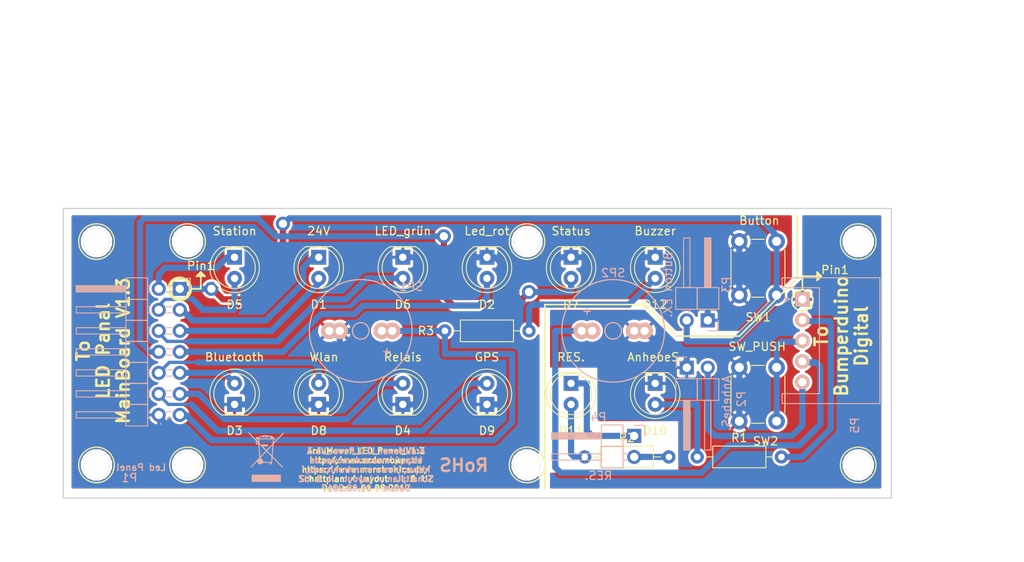
<source format=kicad_pcb>
(kicad_pcb (version 20170123) (host pcbnew "(2017-07-22 revision cb2f3d630)-makepkg")
  (title_block (title "Ardumower _LED_Panel_V1.3") (date 2017-07-24) (rev 1.3) (company "ML AG JL UZ"))
  (layers (0 F.Cu signal) (31 B.Cu signal) (34 B.Paste user) (35 F.Paste user) (36 B.SilkS user) (37 F.SilkS user) (38 B.Mask user) (39 F.Mask user) (44 Edge.Cuts user))
  (net 0 "")
  (net 1 GND)
  (net 2 /Duo_Led_Rot)
  (net 3 /Bluetooth)
  (net 4 /PinCharging_Enable)
  (net 5 /Duo_Led_grün)
  (net 6 /Led_Status)
  (net 7 /Wlan)
  (net 8 /GPS_LED)
  (net 9 /Buzzer)
  (net 10 /24V_GND)
  (net 11 /24V)
  (net 12 /StationLed)
  (net 13 /StationLed_GND)
  (net 14 /Taster)
  (net 15 "Net-(D10-Pad2)")
  (net 16 GNDD)
  (net 17 "Net-(D11-Pad2)")
  (net 18 "Net-(D12-Pad2)")
  (net 19 "Net-(D11-Pad1)")
  (net 20 "Net-(P4-Pad2)")
  (net 21 "Net-(P2-Pad2)")
  (net 22 "Net-(P5-Pad2)")
  (net 23 "Net-(P5-Pad3)")
  (net 24 "Net-(P5-Pad4)")
  (module LEDs:LED_D5.0mm (layer F.Cu) (at 116.84 88.9 270)
    (fp_text reference D1 (at 5.715 0) (layer F.SilkS))
    (fp_text value 24V (at -3.175 0) (layer F.SilkS))
    (pad 1 thru_hole rect (at 0 0 270) (size 1.8 1.8) (drill 0.9) (layers *.Cu *.Mask) (net 10 /24V_GND))
    (pad 2 thru_hole circle (at 2.54 0 270) (size 1.8 1.8) (drill 0.9) (layers *.Cu *.Mask) (net 11 /24V))
  )
  (module LEDs:LED_D5.0mm (layer F.Cu) (at 137.16 88.9 270)
    (fp_text reference D2 (at 5.715 0) (layer F.SilkS))
    (fp_text value Led_rot (at -3.175 0) (layer F.SilkS))
    (pad 1 thru_hole rect (at 0 0 270) (size 1.8 1.8) (drill 0.9) (layers *.Cu *.Mask) (net 1 GND))
    (pad 2 thru_hole circle (at 2.54 0 270) (size 1.8 1.8) (drill 0.9) (layers *.Cu *.Mask) (net 2 /Duo_Led_Rot))
  )
  (module LEDs:LED_D5.0mm (layer F.Cu) (at 106.68 106.68 90)
    (fp_text reference D3 (at -3.175 0 180) (layer F.SilkS))
    (fp_text value Bluetooth (at 5.715 0 180) (layer F.SilkS))
    (pad 1 thru_hole rect (at 0 0 90) (size 1.8 1.8) (drill 0.9) (layers *.Cu *.Mask) (net 1 GND))
    (pad 2 thru_hole circle (at 2.54 0 90) (size 1.8 1.8) (drill 0.9) (layers *.Cu *.Mask) (net 3 /Bluetooth))
  )
  (module LEDs:LED_D5.0mm (layer F.Cu) (at 127 106.68 90)
    (fp_text reference D4 (at -3.175 0 180) (layer F.SilkS))
    (fp_text value Relais (at 5.715 0 180) (layer F.SilkS))
    (pad 1 thru_hole rect (at 0 0 90) (size 1.8 1.8) (drill 0.9) (layers *.Cu *.Mask) (net 1 GND))
    (pad 2 thru_hole circle (at 2.54 0 90) (size 1.8 1.8) (drill 0.9) (layers *.Cu *.Mask) (net 4 /PinCharging_Enable))
  )
  (module LEDs:LED_D5.0mm (layer F.Cu) (at 106.68 88.9 270)
    (fp_text reference D5 (at 5.715 0) (layer F.SilkS))
    (fp_text value Station (at -3.175 0) (layer F.SilkS))
    (pad 2 thru_hole circle (at 2.54 0 270) (size 1.8 1.8) (drill 0.9) (layers *.Cu *.Mask) (net 12 /StationLed))
    (pad 1 thru_hole rect (at 0 0 270) (size 1.8 1.8) (drill 0.9) (layers *.Cu *.Mask) (net 13 /StationLed_GND))
  )
  (module LEDs:LED_D5.0mm (layer F.Cu) (at 127 88.9 270)
    (fp_text reference D6 (at 5.715 0) (layer F.SilkS))
    (fp_text value LED_grün (at -3.175 0) (layer F.SilkS))
    (pad 2 thru_hole circle (at 2.54 0 270) (size 1.8 1.8) (drill 0.9) (layers *.Cu *.Mask) (net 5 /Duo_Led_grün))
    (pad 1 thru_hole rect (at 0 0 270) (size 1.8 1.8) (drill 0.9) (layers *.Cu *.Mask) (net 1 GND))
  )
  (module LEDs:LED_D5.0mm (layer F.Cu) (at 147.32 88.9 270)
    (fp_text reference D7 (at 5.715 0) (layer F.SilkS))
    (fp_text value Status (at -3.175 0) (layer F.SilkS))
    (pad 2 thru_hole circle (at 2.54 0 270) (size 1.8 1.8) (drill 0.9) (layers *.Cu *.Mask) (net 6 /Led_Status))
    (pad 1 thru_hole rect (at 0 0 270) (size 1.8 1.8) (drill 0.9) (layers *.Cu *.Mask) (net 1 GND))
  )
  (module LEDs:LED_D5.0mm (layer F.Cu) (at 116.84 106.68 90)
    (fp_text reference D8 (at -3.175 0 180) (layer F.SilkS))
    (fp_text value Wlan (at 5.715 0.635 180) (layer F.SilkS))
    (pad 2 thru_hole circle (at 2.54 0 90) (size 1.8 1.8) (drill 0.9) (layers *.Cu *.Mask) (net 7 /Wlan))
    (pad 1 thru_hole rect (at 0 0 90) (size 1.8 1.8) (drill 0.9) (layers *.Cu *.Mask) (net 1 GND))
  )
  (module LEDs:LED_D5.0mm (layer F.Cu) (at 137.16 106.68 90)
    (fp_text reference D9 (at -3.175 0 180) (layer F.SilkS))
    (fp_text value GPS (at 5.715 0 180) (layer F.SilkS))
    (pad 2 thru_hole circle (at 2.54 0 90) (size 1.8 1.8) (drill 0.9) (layers *.Cu *.Mask) (net 8 /GPS_LED))
    (pad 1 thru_hole rect (at 0 0 90) (size 1.8 1.8) (drill 0.9) (layers *.Cu *.Mask) (net 1 GND))
  )
  (module Zimprich:Buzzer_12x9.5RM7.6_RM5.0 (layer B.Cu) (at 121.92 97.79)
    (fp_text reference SP1 (at 6.096 -5.334) (layer B.SilkS) (effects (justify mirror)))
    (fp_text value Buzzer)
    (fp_text user + (at 3.1496 2.4384) (layer B.SilkS) (effects (justify mirror)))
    (pad 2 thru_hole circle (at 2.54 0) (size 2 2) (drill 1.00076) (layers *.Cu *.Mask B.SilkS) (net 9 /Buzzer))
    (pad 1 thru_hole circle (at -2.54 0) (size 2 2) (drill 1.00076) (layers *.Cu *.Mask B.SilkS) (net 1 GND))
    (pad 2 thru_hole circle (at 3.79984 0) (size 2 2) (drill 1.00076) (layers *.Cu *.Mask B.SilkS) (net 9 /Buzzer))
    (pad 1 thru_hole circle (at -3.79984 0) (size 2 2) (drill 1.00076) (layers *.Cu *.Mask B.SilkS) (net 1 GND))
  )
  (module Buttons_Switches_THT:SW_PUSH_6mm_h8.5mm (layer F.Cu) (at 167.64 93.472 90)
    (fp_text reference SW1 (at -2.667 2.286 180) (layer F.SilkS))
    (fp_text value Button (at 9.017 2.413 180) (layer F.SilkS))
    (pad 2 thru_hole circle (at 0 4.5 180) (size 2 2) (drill 1.1) (layers *.Cu *.Mask) (net 14 /Taster))
    (pad 1 thru_hole circle (at 0 0 180) (size 2 2) (drill 1.1) (layers *.Cu *.Mask) (net 1 GND))
    (pad 2 thru_hole circle (at 6.5 4.5 180) (size 2 2) (drill 1.1) (layers *.Cu *.Mask) (net 14 /Taster))
    (pad 1 thru_hole circle (at 6.5 0 180) (size 2 2) (drill 1.1) (layers *.Cu *.Mask) (net 1 GND))
  )
  (module Pin_Headers:Pin_Header_Angled_2x07_Pitch2.54mm (layer B.Cu) (at 100.06 92.71 180)
    (fp_text reference P1 (at 6.08 -22.86 180) (layer B.SilkS) (effects (justify mirror)))
    (fp_text value "Led Panel" (at 4.683 -21.59 180) (layer B.SilkS) (effects (font (size 0.8 0.8)) (justify mirror)))
    (pad 14 thru_hole oval (at 2.54 -15.24 180) (size 1.7 1.7) (drill 1) (layers *.Cu *.Mask) (net 1 GND))
    (pad 13 thru_hole oval (at 0 -15.24 180) (size 1.7 1.7) (drill 1) (layers *.Cu *.Mask) (net 9 /Buzzer))
    (pad 12 thru_hole oval (at 2.54 -12.7 180) (size 1.7 1.7) (drill 1) (layers *.Cu *.Mask) (net 8 /GPS_LED))
    (pad 11 thru_hole oval (at 0 -12.7 180) (size 1.7 1.7) (drill 1) (layers *.Cu *.Mask) (net 4 /PinCharging_Enable))
    (pad 10 thru_hole oval (at 2.54 -10.16 180) (size 1.7 1.7) (drill 1) (layers *.Cu *.Mask) (net 7 /Wlan))
    (pad 9 thru_hole oval (at 0 -10.16 180) (size 1.7 1.7) (drill 1) (layers *.Cu *.Mask) (net 3 /Bluetooth))
    (pad 8 thru_hole oval (at 2.54 -7.62 180) (size 1.7 1.7) (drill 1) (layers *.Cu *.Mask) (net 6 /Led_Status))
    (pad 7 thru_hole oval (at 0 -7.62 180) (size 1.7 1.7) (drill 1) (layers *.Cu *.Mask) (net 2 /Duo_Led_Rot))
    (pad 6 thru_hole oval (at 2.54 -5.08 180) (size 1.7 1.7) (drill 1) (layers *.Cu *.Mask) (net 5 /Duo_Led_grün))
    (pad 5 thru_hole oval (at 0 -5.08 180) (size 1.7 1.7) (drill 1) (layers *.Cu *.Mask) (net 11 /24V))
    (pad 4 thru_hole oval (at 2.54 -2.54 180) (size 1.7 1.7) (drill 1) (layers *.Cu *.Mask) (net 12 /StationLed))
    (pad 3 thru_hole oval (at 0 -2.54 180) (size 1.7 1.7) (drill 1) (layers *.Cu *.Mask) (net 10 /24V_GND))
    (pad 2 thru_hole oval (at 2.54 0 180) (size 1.7 1.7) (drill 1) (layers *.Cu *.Mask) (net 13 /StationLed_GND))
    (pad 1 thru_hole rect (at 0 0 180) (size 1.7 1.7) (drill 1) (layers *.Cu *.Mask) (net 14 /Taster))
  )
  (module Zimprich:Bohrloch_3,2mm (layer F.Cu) (at 90 87)
    (fp_text reference B1 hide)
    (fp_text value Bohrloch_3,2mm_ohne_Kupferfläche hide)
    (pad 1 thru_hole circle (at 0 0) (size 3.2 3.2) (drill 3.2) (layers *.Cu *.Mask F.SilkS))
  )
  (module Zimprich:Bohrloch_3,2mm (layer F.Cu) (at 182 87)
    (fp_text reference B2 hide)
    (fp_text value Bohrloch_3,2mm_ohne_Kupferfläche hide)
    (pad 1 thru_hole circle (at 0 0) (size 3.2 3.2) (drill 3.2) (layers *.Cu *.Mask F.SilkS))
  )
  (module Zimprich:Bohrloch_3,2mm (layer F.Cu) (at 182 114)
    (fp_text reference B3 hide)
    (fp_text value Bohrloch_3,2mm_ohne_Kupferfläche hide)
    (pad 1 thru_hole circle (at 0 0) (size 3.2 3.2) (drill 3.2) (layers *.Cu *.Mask F.SilkS))
  )
  (module Zimprich:Bohrloch_3,2mm (layer F.Cu) (at 90 114)
    (fp_text reference B4 hide)
    (fp_text value Bohrloch_3,2mm_ohne_Kupferfläche hide)
    (pad 1 thru_hole circle (at 0 0) (size 3.2 3.2) (drill 3.2) (layers *.Cu *.Mask F.SilkS))
  )
  (module LEDs:LED_D5.0mm (layer F.Cu) (at 157.48 104.14 270)
    (fp_text reference D10 (at 5.715 0) (layer F.SilkS))
    (fp_text value AnhebeS. (at -3.175 0) (layer F.SilkS))
    (pad 2 thru_hole circle (at 2.54 0 270) (size 1.8 1.8) (drill 0.9) (layers *.Cu *.Mask) (net 15 "Net-(D10-Pad2)"))
    (pad 1 thru_hole rect (at 0 0 270) (size 1.8 1.8) (drill 0.9) (layers *.Cu *.Mask) (net 16 GNDD))
  )
  (module Pin_Headers:Pin_Header_Angled_1x02_Pitch2.54mm (layer B.Cu) (at 161.29 102.235 270)
    (fp_text reference P2 (at 3.81 -6.604 90) (layer B.SilkS) (effects (justify mirror)))
    (fp_text value AnhebeS. (at 4.315 -4.81 270) (layer B.SilkS) (effects (justify mirror)))
    (pad 2 thru_hole oval (at 0 -2.54 270) (size 1.7 1.7) (drill 1) (layers *.Cu *.Mask) (net 21 "Net-(P2-Pad2)"))
    (pad 1 thru_hole rect (at 0 0 270) (size 1.7 1.7) (drill 1) (layers *.Cu *.Mask) (net 16 GNDD))
  )
  (module Pin_Headers:Pin_Header_Angled_1x02_Pitch2.54mm (layer B.Cu) (at 163.83 96.52 90)
    (fp_text reference P3 (at 4.315 2.27 90) (layer B.SilkS) (effects (justify mirror)))
    (fp_text value "Button EX." (at 4.315 -4.81 90) (layer B.SilkS) (effects (justify mirror)))
    (pad 1 thru_hole rect (at 0 0 90) (size 1.7 1.7) (drill 1) (layers *.Cu *.Mask) (net 1 GND))
    (pad 2 thru_hole oval (at 0 -2.54 90) (size 1.7 1.7) (drill 1) (layers *.Cu *.Mask) (net 14 /Taster))
  )
  (module Resistors_ThroughHole:R_Axial_DIN0207_L6.3mm_D2.5mm_P10.16mm_Horizontal (layer F.Cu) (at 162.56 113.03)
    (fp_text reference R1 (at 5.08 -2.31) (layer F.SilkS))
    (fp_text value 220)
    (pad 2 thru_hole oval (at 10.16 0) (size 1.6 1.6) (drill 0.8) (layers *.Cu *.Mask) (net 22 "Net-(P5-Pad2)"))
    (pad 1 thru_hole circle (at 0 0) (size 1.6 1.6) (drill 0.8) (layers *.Cu *.Mask) (net 15 "Net-(D10-Pad2)"))
  )
  (module Zimprich:Buzzer_12x9.5RM7.6_RM5.0 (layer B.Cu) (at 152.4 97.79 180)
    (fp_text reference SP2 (at 0 7) (layer B.SilkS) (effects (justify mirror)))
    (fp_text value SPEAKER)
    (fp_text user + (at 3.1496 2.4384 180) (layer B.SilkS) (effects (justify mirror)))
    (pad 2 thru_hole circle (at 2.54 0 180) (size 2 2) (drill 1.00076) (layers *.Cu *.Mask B.SilkS) (net 24 "Net-(P5-Pad4)"))
    (pad 1 thru_hole circle (at -2.54 0 180) (size 2 2) (drill 1.00076) (layers *.Cu *.Mask B.SilkS) (net 16 GNDD))
    (pad 2 thru_hole circle (at 3.79984 0 180) (size 2 2) (drill 1.00076) (layers *.Cu *.Mask B.SilkS) (net 24 "Net-(P5-Pad4)"))
    (pad 1 thru_hole circle (at -3.79984 0 180) (size 2 2) (drill 1.00076) (layers *.Cu *.Mask B.SilkS) (net 16 GNDD))
  )
  (module Buttons_Switches_THT:SW_PUSH_6mm_h8.5mm (layer F.Cu) (at 167.64 108.712 90)
    (fp_text reference SW2 (at -2.413 3.175 180) (layer F.SilkS))
    (fp_text value SW_PUSH (at 9.017 2.159 180) (layer F.SilkS))
    (pad 2 thru_hole circle (at 0 4.5 180) (size 2 2) (drill 1.1) (layers *.Cu *.Mask) (net 23 "Net-(P5-Pad3)"))
    (pad 1 thru_hole circle (at 0 0 180) (size 2 2) (drill 1.1) (layers *.Cu *.Mask) (net 16 GNDD))
    (pad 2 thru_hole circle (at 6.5 4.5 180) (size 2 2) (drill 1.1) (layers *.Cu *.Mask) (net 23 "Net-(P5-Pad3)"))
    (pad 1 thru_hole circle (at 6.5 0 180) (size 2 2) (drill 1.1) (layers *.Cu *.Mask) (net 16 GNDD))
  )
  (module LEDs:LED_D5.0mm (layer F.Cu) (at 147.32 104.14 270)
    (fp_text reference D11 (at 5.715 0) (layer F.SilkS))
    (fp_text value RES. (at -3.175 0) (layer F.SilkS))
    (pad 2 thru_hole circle (at 2.54 0 270) (size 1.8 1.8) (drill 0.9) (layers *.Cu *.Mask) (net 17 "Net-(D11-Pad2)"))
    (pad 1 thru_hole rect (at 0 0 270) (size 1.8 1.8) (drill 0.9) (layers *.Cu *.Mask) (net 19 "Net-(D11-Pad1)"))
  )
  (module LEDs:LED_D5.0mm (layer F.Cu) (at 157.48 88.9 270)
    (fp_text reference D12 (at 5.715 0) (layer F.SilkS))
    (fp_text value Buzzer (at -3.175 0) (layer F.SilkS))
    (pad 1 thru_hole rect (at 0 0 270) (size 1.8 1.8) (drill 0.9) (layers *.Cu *.Mask) (net 1 GND))
    (pad 2 thru_hole circle (at 2.54 0 270) (size 1.8 1.8) (drill 0.9) (layers *.Cu *.Mask) (net 18 "Net-(D12-Pad2)"))
  )
  (module Resistors_ThroughHole:R_Axial_DIN0207_L6.3mm_D2.5mm_P10.16mm_Horizontal (layer F.Cu) (at 148.971 113.03)
    (fp_text reference R2 (at 5.08 -2.31) (layer F.SilkS))
    (fp_text value 220)
    (pad 1 thru_hole circle (at 0 0) (size 1.6 1.6) (drill 0.8) (layers *.Cu *.Mask) (net 17 "Net-(D11-Pad2)"))
    (pad 2 thru_hole oval (at 10.16 0) (size 1.6 1.6) (drill 0.8) (layers *.Cu *.Mask) (net 20 "Net-(P4-Pad2)"))
  )
  (module Resistors_ThroughHole:R_Axial_DIN0207_L6.3mm_D2.5mm_P10.16mm_Horizontal (layer F.Cu) (at 142.24 97.79 180)
    (fp_text reference R3 (at 12.446 0 180) (layer F.SilkS))
    (fp_text value 220)
    (pad 2 thru_hole oval (at 10.16 0 180) (size 1.6 1.6) (drill 0.8) (layers *.Cu *.Mask) (net 9 /Buzzer))
    (pad 1 thru_hole circle (at 0 0 180) (size 1.6 1.6) (drill 0.8) (layers *.Cu *.Mask) (net 18 "Net-(D12-Pad2)"))
  )
  (module Pin_Headers:Pin_Header_Angled_1x02_Pitch2.54mm (layer B.Cu) (at 154.94 110.49 180)
    (fp_text reference P4 (at 4.315 2.27 180) (layer B.SilkS) (effects (justify mirror)))
    (fp_text value RES. (at 4.315 -4.81 180) (layer B.SilkS) (effects (justify mirror)))
    (pad 2 thru_hole oval (at 0 -2.54 180) (size 1.7 1.7) (drill 1) (layers *.Cu *.Mask) (net 20 "Net-(P4-Pad2)"))
    (pad 1 thru_hole rect (at 0 0 180) (size 1.7 1.7) (drill 1) (layers *.Cu *.Mask) (net 19 "Net-(D11-Pad1)"))
  )
  (module Zimprich:Bohrloch_3,2mm (layer F.Cu) (at 101 87)
    (fp_text reference B5 hide)
    (fp_text value Bohrloch_3,2mm_ohne_Kupferfläche hide)
    (pad 1 thru_hole circle (at 0 0) (size 3.2 3.2) (drill 3.2) (layers *.Cu *.Mask F.SilkS))
  )
  (module Zimprich:Bohrloch_3,2mm (layer F.Cu) (at 101 114)
    (fp_text reference B6 hide)
    (fp_text value Bohrloch_3,2mm_ohne_Kupferfläche hide)
    (pad 1 thru_hole circle (at 0 0) (size 3.2 3.2) (drill 3.2) (layers *.Cu *.Mask F.SilkS))
  )
  (module Zimprich:Bohrloch_3,2mm (layer F.Cu) (at 142 87)
    (fp_text reference B7 hide)
    (fp_text value Bohrloch_3,2mm_ohne_Kupferfläche hide)
    (pad 1 thru_hole circle (at 0 0) (size 3.2 3.2) (drill 3.2) (layers *.Cu *.Mask F.SilkS))
  )
  (module Zimprich:Bohrloch_3,2mm (layer F.Cu) (at 142 114)
    (fp_text reference B8 hide)
    (fp_text value Bohrloch_3,2mm_ohne_Kupferfläche hide)
    (pad 1 thru_hole circle (at 0 0) (size 3.2 3.2) (drill 3.2) (layers *.Cu *.Mask F.SilkS))
  )
  (module Symbols:WEEE-Logo_4.2x6mm_SilkScreen (layer B.Cu) (at 110.49 113.03 180)
    (fp_text reference REF*** hide)
    (fp_text value WEEE-Logo_4.2x6mm_SilkScreen hide)
  )
  (module Connectors_JST:JST_XH_S05B-XH-A_05x2.50mm_Angled (layer B.Cu) (at 175.26 93.98 270)
    (fp_text reference P5 (at 15.24 -6.35 270) (layer B.SilkS) (effects (justify mirror)))
    (fp_text value CONN_01X05)
    (pad 1 thru_hole rect (at 0 0 270) (size 1.75 1.75) (drill 1) (layers *.Cu *.Mask B.SilkS) (net 16 GNDD))
    (pad 2 thru_hole circle (at 2.5 0 270) (size 1.75 1.75) (drill 1) (layers *.Cu *.Mask B.SilkS) (net 22 "Net-(P5-Pad2)"))
    (pad 3 thru_hole circle (at 5 0 270) (size 1.75 1.75) (drill 1) (layers *.Cu *.Mask B.SilkS) (net 23 "Net-(P5-Pad3)"))
    (pad 4 thru_hole circle (at 7.5 0 270) (size 1.75 1.75) (drill 1) (layers *.Cu *.Mask B.SilkS) (net 24 "Net-(P5-Pad4)"))
    (pad 5 thru_hole circle (at 10 0 270) (size 1.75 1.75) (drill 1) (layers *.Cu *.Mask B.SilkS) (net 21 "Net-(P2-Pad2)"))
  )
  (gr_line (start 177.292 91.44) (end 177.292 91.059) (angle 90) (layer F.SilkS) (width 0.2))
  (gr_line (start 177.165 91.44) (end 177.165 90.932) (angle 90) (layer F.SilkS) (width 0.2))
  (gr_line (start 177.546 91.186) (end 177.038 91.186) (angle 90) (layer F.SilkS) (width 0.2))
  (gr_line (start 177.038 91.694) (end 177.038 91.186) (angle 90) (layer F.SilkS) (width 0.2))
  (gr_line (start 177.546 91.186) (end 177.038 91.694) (angle 90) (layer F.SilkS) (width 0.2))
  (gr_line (start 177.038 90.678) (end 177.546 91.186) (angle 90) (layer F.SilkS) (width 0.2))
  (gr_line (start 177.038 91.186) (end 177.038 90.678) (angle 90) (layer F.SilkS) (width 0.2))
  (gr_line (start 144.145 94.615) (end 144.145 116.84) (angle 90) (layer F.SilkS) (width 0.2))
  (gr_line (start 174.625 91.44) (end 174.625 83.82) (angle 90) (layer F.SilkS) (width 0.2))
  (gr_line (start 167.64 98.425) (end 174.625 91.44) (angle 90) (layer F.SilkS) (width 0.2))
  (gr_line (start 160.02 98.425) (end 167.64 98.425) (angle 90) (layer F.SilkS) (width 0.2))
  (gr_line (start 156.21 94.615) (end 160.02 98.425) (angle 90) (layer F.SilkS) (width 0.2))
  (gr_line (start 144.145 94.615) (end 156.21 94.615) (angle 90) (layer F.SilkS) (width 0.2))
  (gr_text "To\nBumperduino\nDigital" (at 179.959 98.425 90) (layer F.SilkS) (effects (font (size 1.5 1.5) (thickness 0.3))))
  (gr_text RoHS (at 134.366 114.046) (layer B.SilkS) (effects (font (size 1.5 1.5) (thickness 0.3)) (justify mirror)))
  (gr_text "ArduMower_LED_Panel_V1.3\nhttp://www.ardumower.de\nhttps://www.marotronics.de/\nSchaltplan / Layout  JL & UZ\nDatum : 01.08.2017" (at 122.555 114.554) (layer B.SilkS) (effects (font (size 0.7 0.7) (thickness 0.175)) (justify mirror)))
  (gr_text "ArduMower_LED_Panel_V1.3\nhttp://www.ardumower.de\nhttps://www.marotronics.de/\nSchaltplan / Layout  JL & UZ\nDatum : 01.08.2017" (at 122.555 114.554) (layer F.SilkS) (effects (font (size 0.7 0.7) (thickness 0.175))))
  (gr_text "To\nLED Panal\nMainBoard V1.3" (at 90.805 100.203 90) (layer F.SilkS) (effects (font (size 1.5 1.5) (thickness 0.3))))
  (gr_text Pin1 (at 179.197 90.424) (layer F.SilkS) (effects (font (size 1 1))))
  (gr_line (start 175.26 91.186) (end 177.038 91.186) (angle 90) (layer F.SilkS) (width 0.2))
  (gr_line (start 175.26 91.186) (end 175.26 92.837) (angle 90) (layer F.SilkS) (width 0.2))
  (gr_circle (center 175.26 94.107) (end 176.53 94.107) (layer F.SilkS) (width 0.2))
  (gr_line (start 86 83) (end 86 118) (angle 90) (layer Edge.Cuts) (width 0.15))
  (gr_line (start 186 83) (end 86 83) (angle 90) (layer Edge.Cuts) (width 0.15))
  (gr_line (start 186 118) (end 186 83) (angle 90) (layer Edge.Cuts) (width 0.15))
  (gr_line (start 86 118) (end 186 118) (angle 90) (layer Edge.Cuts) (width 0.15))
  (gr_text Pin1 (at 102.6 89.916) (layer F.SilkS) (effects (font (size 1 1))))
  (gr_line (start 102.727 90.932) (end 102.473 90.932) (angle 90) (layer F.SilkS) (width 0.2))
  (gr_line (start 102.854 91.059) (end 102.727 90.932) (angle 90) (layer F.SilkS) (width 0.2))
  (gr_line (start 102.219 91.059) (end 102.854 91.059) (angle 90) (layer F.SilkS) (width 0.2))
  (gr_line (start 102.092 91.186) (end 102.6 90.678) (angle 90) (layer F.SilkS) (width 0.2))
  (gr_line (start 103.108 91.186) (end 102.092 91.186) (angle 90) (layer F.SilkS) (width 0.2))
  (gr_line (start 102.6 90.678) (end 103.108 91.186) (angle 90) (layer F.SilkS) (width 0.2))
  (gr_line (start 102.6 92.71) (end 102.6 90.678) (angle 90) (layer F.SilkS) (width 0.2))
  (gr_line (start 101.33 92.71) (end 102.6 92.71) (angle 90) (layer F.SilkS) (width 0.2))
  (gr_circle (center 100.06 92.71) (end 101.33 92.456) (layer F.SilkS) (width 0.4))
  (segment (start 139.7 95.9485) (end 136.652 95.9485) (width 0.75) (layer B.Cu) (net 1))
  (segment (start 123.2535 95.9485) (end 121.412 97.79) (width 0.75) (layer B.Cu) (net 1))
  (segment (start 121.412 97.79) (end 119.38 97.79) (width 0.75) (layer B.Cu) (net 1))
  (segment (start 136.652 95.9485) (end 123.2535 95.9485) (width 0.75) (layer B.Cu) (net 1))
  (segment (start 139.7 95.631) (end 139.7 95.9485) (width 0.75) (layer B.Cu) (net 1))
  (segment (start 139.7 95.9485) (end 139.7 98.044) (width 0.75) (layer B.Cu) (net 1))
  (segment (start 139.7 90.424) (end 139.7 95.631) (width 0.75) (layer B.Cu) (net 1))
  (segment (start 139.7 98.044) (end 140.208 98.552) (width 0.75) (layer B.Cu) (net 1))
  (segment (start 137.16 88.9) (end 138.176 88.9) (width 0.75) (layer B.Cu) (net 1))
  (segment (start 138.176 88.9) (end 139.7 90.424) (width 0.75) (layer B.Cu) (net 1))
  (segment (start 144.526 90.424) (end 146.05 88.9) (width 0.75) (layer B.Cu) (net 1))
  (segment (start 147.32 88.9) (end 146.05 88.9) (width 0.75) (layer B.Cu) (net 1))
  (segment (start 139.7 90.424) (end 144.526 90.424) (width 0.75) (layer B.Cu) (net 1))
  (segment (start 105.156 112.141) (end 103.378 112.141) (width 0.75) (layer B.Cu) (net 1))
  (segment (start 97.52 108.188) (end 99.314 109.982) (width 0.75) (layer B.Cu) (net 1))
  (segment (start 105.156 112.141) (end 138.811 112.141) (width 0.75) (layer B.Cu) (net 1))
  (segment (start 141.5415 99.8855) (end 140.208 98.552) (width 0.75) (layer B.Cu) (net 1))
  (segment (start 141.5415 109.4105) (end 138.811 112.141) (width 0.75) (layer B.Cu) (net 1))
  (segment (start 141.5415 99.8855) (end 141.5415 109.4105) (width 0.75) (layer B.Cu) (net 1))
  (segment (start 103.378 112.141) (end 101.219 109.982) (width 0.75) (layer B.Cu) (net 1))
  (segment (start 101.219 109.982) (end 99.314 109.982) (width 0.75) (layer B.Cu) (net 1))
  (segment (start 139.065 106.68) (end 139.065 102.108) (width 0.75) (layer B.Cu) (net 1))
  (segment (start 127 106.68) (end 129.54 106.68) (width 0.75) (layer B.Cu) (net 1))
  (segment (start 131.699 104.521) (end 131.699 102.108) (width 0.75) (layer B.Cu) (net 1))
  (segment (start 129.54 106.68) (end 131.699 104.521) (width 0.75) (layer B.Cu) (net 1))
  (segment (start 140.208 98.552) (end 139.8905 98.2345) (width 0.75) (layer B.Cu) (net 1))
  (segment (start 139.065 102.108) (end 131.699 102.108) (width 0.75) (layer B.Cu) (net 1))
  (segment (start 131.699 102.108) (end 119.38 102.108) (width 0.75) (layer B.Cu) (net 1))
  (segment (start 97.52 107.95) (end 97.52 108.188) (width 0.5) (layer B.Cu) (net 1))
  (segment (start 163.83 96.52) (end 163.83 88.9) (width 0.75) (layer B.Cu) (net 1))
  (segment (start 167.64 88.9) (end 163.83 88.9) (width 0.75) (layer B.Cu) (net 1))
  (segment (start 163.83 88.9) (end 157.48 88.9) (width 0.75) (layer B.Cu) (net 1))
  (segment (start 167.64 93.345) (end 167.64 88.9) (width 0.75) (layer B.Cu) (net 1))
  (segment (start 167.64 88.9) (end 167.64 86.845) (width 0.75) (layer B.Cu) (net 1))
  (segment (start 167.64 88.265) (end 167.64 86.845) (width 0.5) (layer B.Cu) (net 1))
  (segment (start 157.48 88.9) (end 147.32 88.9) (width 0.75) (layer B.Cu) (net 1))
  (segment (start 137.16 88.9) (end 127 88.9) (width 0.75) (layer B.Cu) (net 1))
  (segment (start 139.065 106.68) (end 137.16 106.68) (width 0.75) (layer B.Cu) (net 1))
  (segment (start 116.84 106.68) (end 106.68 106.68) (width 0.75) (layer B.Cu) (net 1))
  (segment (start 118.12016 97.79) (end 119.38 97.79) (width 0.4) (layer B.Cu) (net 1))
  (segment (start 119.38 97.79) (end 119.38 102.108) (width 0.75) (layer B.Cu) (net 1))
  (segment (start 119.38 102.108) (end 119.38 106.68) (width 0.75) (layer B.Cu) (net 1))
  (segment (start 119.38 106.68) (end 116.84 106.68) (width 0.75) (layer B.Cu) (net 1))
  (segment (start 137.16 91.44) (end 137.16 93.726) (width 0.75) (layer B.Cu) (net 2))
  (segment (start 112.522 100.33) (end 100.06 100.33) (width 0.75) (layer B.Cu) (net 2))
  (segment (start 117.094 95.758) (end 112.522 100.33) (width 0.75) (layer B.Cu) (net 2))
  (segment (start 121.158 95.758) (end 117.094 95.758) (width 0.75) (layer B.Cu) (net 2))
  (segment (start 122.174 94.742) (end 121.158 95.758) (width 0.75) (layer B.Cu) (net 2))
  (segment (start 136.144 94.742) (end 122.174 94.742) (width 0.75) (layer B.Cu) (net 2))
  (segment (start 137.16 93.726) (end 136.144 94.742) (width 0.75) (layer B.Cu) (net 2))
  (segment (start 100.06 102.87) (end 105.41 102.87) (width 0.75) (layer B.Cu) (net 3))
  (segment (start 105.41 102.87) (end 106.68 104.14) (width 0.75) (layer B.Cu) (net 3))
  (segment (start 100.06 105.41) (end 102.362 105.41) (width 0.75) (layer B.Cu) (net 4))
  (segment (start 120.269 108.458) (end 124.587 104.14) (width 0.75) (layer B.Cu) (net 4))
  (segment (start 105.41 108.458) (end 120.269 108.458) (width 0.75) (layer B.Cu) (net 4))
  (segment (start 102.362 105.41) (end 105.41 108.458) (width 0.75) (layer B.Cu) (net 4))
  (segment (start 124.587 104.14) (end 127 104.14) (width 0.75) (layer B.Cu) (net 4))
  (segment (start 101.219 99.06) (end 111.887 99.06) (width 0.75) (layer B.Cu) (net 5))
  (segment (start 111.887 99.06) (end 116.967 93.98) (width 0.75) (layer B.Cu) (net 5))
  (segment (start 98.536 99.06) (end 101.219 99.06) (width 0.4) (layer B.Cu) (net 5))
  (segment (start 122.682 91.44) (end 127 91.44) (width 0.75) (layer B.Cu) (net 5))
  (segment (start 120.142 93.98) (end 122.682 91.44) (width 0.75) (layer B.Cu) (net 5))
  (segment (start 116.967 93.98) (end 120.142 93.98) (width 0.75) (layer B.Cu) (net 5))
  (segment (start 97.52 98.044) (end 98.536 99.06) (width 0.4) (layer B.Cu) (net 5))
  (segment (start 97.52 97.79) (end 97.52 98.044) (width 0.4) (layer B.Cu) (net 5))
  (segment (start 101.219 84.201) (end 109.474 84.201) (width 0.75) (layer B.Cu) (net 6))
  (segment (start 109.474 84.201) (end 111.633 86.36) (width 0.75) (layer B.Cu) (net 6))
  (via (at 142.24 93.091) (size 1.7) (drill 1) (layers F.Cu B.Cu) (net 6))
  (segment (start 147.32 91.44) (end 147.32 93.091) (width 0.75) (layer B.Cu) (net 6))
  (segment (start 144.653 93.091) (end 147.32 93.091) (width 0.75) (layer B.Cu) (net 6))
  (segment (start 144.653 93.091) (end 142.24 93.091) (width 0.75) (layer B.Cu) (net 6))
  (via (at 131.953 86.36) (size 1.7) (drill 1) (layers F.Cu B.Cu) (net 6))
  (segment (start 131.953 93.599) (end 131.953 86.36) (width 0.75) (layer F.Cu) (net 6))
  (segment (start 133.096 94.742) (end 131.953 93.599) (width 0.75) (layer F.Cu) (net 6))
  (segment (start 140.589 94.742) (end 133.096 94.742) (width 0.75) (layer F.Cu) (net 6))
  (segment (start 142.24 93.091) (end 140.589 94.742) (width 0.75) (layer F.Cu) (net 6))
  (segment (start 99.06 84.201) (end 101.219 84.201) (width 0.75) (layer B.Cu) (net 6))
  (segment (start 95.25 89.535) (end 95.25 84.709) (width 0.75) (layer B.Cu) (net 6))
  (segment (start 95.758 84.201) (end 99.06 84.201) (width 0.75) (layer B.Cu) (net 6))
  (segment (start 95.25 84.709) (end 95.758 84.201) (width 0.75) (layer B.Cu) (net 6))
  (segment (start 97.52 100.33) (end 96.52 100.33) (width 0.75) (layer B.Cu) (net 6))
  (segment (start 96.52 100.33) (end 95.25 99.06) (width 0.75) (layer B.Cu) (net 6))
  (segment (start 95.25 99.06) (end 95.25 89.535) (width 0.75) (layer B.Cu) (net 6))
  (segment (start 111.633 86.36) (end 131.953 86.36) (width 0.75) (layer B.Cu) (net 6))
  (segment (start 97.52 100.33) (end 97.774 100.33) (width 0.4) (layer B.Cu) (net 6))
  (segment (start 116.205 101.6) (end 102.235 101.6) (width 0.75) (layer B.Cu) (net 7))
  (segment (start 97.52 102.87) (end 97.536 102.87) (width 0.4) (layer B.Cu) (net 7))
  (segment (start 97.536 102.87) (end 98.806 101.6) (width 0.4) (layer B.Cu) (net 7))
  (segment (start 98.806 101.6) (end 102.235 101.6) (width 0.4) (layer B.Cu) (net 7))
  (segment (start 116.84 102.235) (end 116.84 104.14) (width 0.75) (layer B.Cu) (net 7))
  (segment (start 116.205 101.6) (end 116.84 102.235) (width 0.75) (layer B.Cu) (net 7))
  (segment (start 97.52 105.41) (end 97.52 105.521) (width 0.4) (layer B.Cu) (net 8))
  (segment (start 97.52 105.521) (end 98.679 106.68) (width 0.4) (layer B.Cu) (net 8))
  (segment (start 135.128 104.14) (end 137.16 104.14) (width 0.75) (layer B.Cu) (net 8))
  (segment (start 129.413 109.855) (end 135.128 104.14) (width 0.75) (layer B.Cu) (net 8))
  (segment (start 104.648 109.855) (end 129.413 109.855) (width 0.75) (layer B.Cu) (net 8))
  (segment (start 101.473 106.68) (end 104.648 109.855) (width 0.75) (layer B.Cu) (net 8))
  (segment (start 98.679 106.68) (end 101.473 106.68) (width 0.4) (layer B.Cu) (net 8))
  (segment (start 140.208 100.584) (end 140.208 108.839) (width 0.75) (layer B.Cu) (net 9))
  (segment (start 140.208 108.839) (end 138.049 110.998) (width 0.75) (layer B.Cu) (net 9))
  (segment (start 100.06 107.95) (end 100.838 107.95) (width 0.5) (layer B.Cu) (net 9))
  (segment (start 100.838 107.95) (end 103.886 110.998) (width 0.75) (layer B.Cu) (net 9))
  (segment (start 103.886 110.998) (end 138.049 110.998) (width 0.75) (layer B.Cu) (net 9))
  (segment (start 132.08 100.584) (end 132.08 97.79) (width 0.75) (layer B.Cu) (net 9))
  (segment (start 140.208 100.584) (end 132.08 100.584) (width 0.75) (layer B.Cu) (net 9))
  (segment (start 125.71984 97.79) (end 124.46 97.79) (width 0.5) (layer B.Cu) (net 9))
  (segment (start 132.08 97.79) (end 125.71984 97.79) (width 0.75) (layer B.Cu) (net 9))
  (segment (start 100.06 95.25) (end 100.33 95.25) (width 0.75) (layer B.Cu) (net 10))
  (segment (start 100.33 95.25) (end 101.6 96.52) (width 0.75) (layer B.Cu) (net 10))
  (segment (start 114.935 90.17) (end 116.205 88.9) (width 0.75) (layer B.Cu) (net 10))
  (segment (start 114.935 92.075) (end 114.935 90.17) (width 0.75) (layer B.Cu) (net 10))
  (segment (start 110.49 96.52) (end 114.935 92.075) (width 0.75) (layer B.Cu) (net 10))
  (segment (start 101.6 96.52) (end 110.49 96.52) (width 0.75) (layer B.Cu) (net 10))
  (segment (start 116.205 88.9) (end 116.84 88.9) (width 0.75) (layer B.Cu) (net 10))
  (segment (start 100.06 97.79) (end 111.125 97.79) (width 0.75) (layer B.Cu) (net 11))
  (segment (start 111.125 97.79) (end 116.84 92.075) (width 0.75) (layer B.Cu) (net 11))
  (segment (start 116.84 92.075) (end 116.84 91.44) (width 0.75) (layer B.Cu) (net 11))
  (segment (start 100.06 97.79) (end 100.457 97.79) (width 0.4) (layer B.Cu) (net 11))
  (segment (start 101.6 93.98) (end 102.87 95.25) (width 0.75) (layer B.Cu) (net 12))
  (segment (start 106.68 95.123) (end 106.68 91.44) (width 0.75) (layer B.Cu) (net 12))
  (segment (start 106.553 95.25) (end 106.68 95.123) (width 0.75) (layer B.Cu) (net 12))
  (segment (start 102.87 95.25) (end 106.553 95.25) (width 0.75) (layer B.Cu) (net 12))
  (segment (start 98.282 93.98) (end 101.6 93.98) (width 0.4) (layer B.Cu) (net 12))
  (segment (start 97.52 94.742) (end 98.282 93.98) (width 0.4) (layer B.Cu) (net 12))
  (segment (start 97.52 95.25) (end 97.52 94.742) (width 0.4) (layer B.Cu) (net 12))
  (segment (start 97.52 92.71) (end 97.52 90.948) (width 0.75) (layer B.Cu) (net 13))
  (segment (start 104.521 90.17) (end 105.791 88.9) (width 0.75) (layer B.Cu) (net 13))
  (segment (start 98.298 90.17) (end 104.521 90.17) (width 0.75) (layer B.Cu) (net 13))
  (segment (start 97.52 90.948) (end 98.298 90.17) (width 0.75) (layer B.Cu) (net 13))
  (segment (start 105.791 88.9) (end 106.68 88.9) (width 0.75) (layer B.Cu) (net 13))
  (segment (start 112.522 84.836) (end 112.649 84.836) (width 0.75) (layer B.Cu) (net 14))
  (segment (start 170.053 84.201) (end 172.14 86.288) (width 0.75) (layer B.Cu) (net 14))
  (segment (start 113.284 84.201) (end 170.053 84.201) (width 0.75) (layer B.Cu) (net 14))
  (segment (start 112.649 84.836) (end 113.284 84.201) (width 0.75) (layer B.Cu) (net 14))
  (segment (start 172.14 86.288) (end 172.14 86.972) (width 0.75) (layer B.Cu) (net 14))
  (segment (start 103.886 92.71) (end 104.013 92.71) (width 0.75) (layer F.Cu) (net 14))
  (via (at 112.522 84.836) (size 1.7) (drill 1) (layers F.Cu B.Cu) (net 14))
  (segment (start 112.522 92.329) (end 112.522 84.836) (width 0.75) (layer F.Cu) (net 14))
  (segment (start 110.871 93.98) (end 112.522 92.329) (width 0.75) (layer F.Cu) (net 14))
  (segment (start 105.283 93.98) (end 110.871 93.98) (width 0.75) (layer F.Cu) (net 14))
  (segment (start 104.013 92.71) (end 105.283 93.98) (width 0.75) (layer F.Cu) (net 14))
  (segment (start 100.06 92.71) (end 103.886 92.71) (width 0.75) (layer B.Cu) (net 14))
  (via (at 103.886 92.71) (size 1.7) (drill 1) (layers F.Cu B.Cu) (net 14))
  (segment (start 172.14 86.845) (end 172.14 86.288) (width 0.5) (layer B.Cu) (net 14))
  (segment (start 172.14 93.345) (end 172.14 93.925) (width 0.5) (layer B.Cu) (net 14))
  (segment (start 172.14 93.925) (end 167.005 99.06) (width 0.75) (layer B.Cu) (net 14))
  (segment (start 167.005 99.06) (end 161.29 99.06) (width 0.75) (layer B.Cu) (net 14))
  (segment (start 161.29 99.06) (end 161.29 96.52) (width 0.75) (layer B.Cu) (net 14))
  (segment (start 172.14 86.845) (end 172.14 93.345) (width 0.75) (layer B.Cu) (net 14))
  (segment (start 157.48 106.68) (end 162.56 106.68) (width 0.75) (layer B.Cu) (net 15))
  (segment (start 162.56 106.68) (end 162.56 113.03) (width 0.75) (layer B.Cu) (net 15))
  (segment (start 161.29 102.235) (end 161.29 100.457) (width 0.75) (layer B.Cu) (net 16))
  (segment (start 157.48 100.457) (end 161.29 100.457) (width 0.75) (layer B.Cu) (net 16))
  (segment (start 161.29 100.457) (end 168.802373 100.457) (width 0.75) (layer B.Cu) (net 16))
  (segment (start 167.64 102.212) (end 167.64 101.6) (width 0.75) (layer B.Cu) (net 16))
  (segment (start 167.64 101.6) (end 168.802373 100.457) (width 0.75) (layer B.Cu) (net 16))
  (segment (start 168.802373 100.457) (end 175.26 94.107) (width 0.75) (layer B.Cu) (net 16))
  (segment (start 154.94 97.79) (end 156.19984 97.79) (width 0.75) (layer B.Cu) (net 16))
  (segment (start 157.48 104.14) (end 157.48 100.457) (width 0.75) (layer B.Cu) (net 16))
  (segment (start 157.48 100.457) (end 157.48 99.07016) (width 0.75) (layer B.Cu) (net 16))
  (segment (start 157.48 99.07016) (end 156.19984 97.79) (width 0.75) (layer B.Cu) (net 16))
  (segment (start 167.64 104.14) (end 167.64 108.585) (width 0.75) (layer B.Cu) (net 16))
  (segment (start 167.64 102.085) (end 167.64 104.14) (width 0.75) (layer B.Cu) (net 16))
  (segment (start 175.26 104.107) (end 175.26 109.22) (width 0.75) (layer B.Cu) (net 21))
  (segment (start 163.83 109.601) (end 163.83 102.235) (width 0.75) (layer B.Cu) (net 21))
  (segment (start 164.719 110.49) (end 163.83 109.601) (width 0.75) (layer B.Cu) (net 21))
  (segment (start 173.99 110.49) (end 164.719 110.49) (width 0.75) (layer B.Cu) (net 21))
  (segment (start 175.26 109.22) (end 173.99 110.49) (width 0.75) (layer B.Cu) (net 21))
  (segment (start 172.593 111.633) (end 166.37 111.633) (width 0.75) (layer B.Cu) (net 24))
  (segment (start 166.37 111.633) (end 163.068 114.935) (width 0.75) (layer B.Cu) (net 24))
  (segment (start 177.419 108.966) (end 177.419 109.093) (width 0.75) (layer B.Cu) (net 24))
  (segment (start 148.60016 97.79) (end 145.415 97.79) (width 0.75) (layer B.Cu) (net 24))
  (segment (start 145.415 114.3) (end 145.415 97.79) (width 0.75) (layer B.Cu) (net 24))
  (segment (start 146.05 114.935) (end 145.415 114.3) (width 0.75) (layer B.Cu) (net 24))
  (segment (start 148.59 114.935) (end 146.05 114.935) (width 0.75) (layer B.Cu) (net 24))
  (segment (start 163.068 114.935) (end 148.59 114.935) (width 0.75) (layer B.Cu) (net 24))
  (segment (start 177.419 108.966) (end 177.419 102.108) (width 0.75) (layer B.Cu) (net 24))
  (segment (start 177.419 102.108) (end 176.918 101.607) (width 0.75) (layer B.Cu) (net 24))
  (segment (start 176.918 101.607) (end 175.26 101.607) (width 0.75) (layer B.Cu) (net 24))
  (segment (start 175.514 110.998) (end 174.879 111.633) (width 0.75) (layer B.Cu) (net 24))
  (segment (start 174.879 111.633) (end 172.593 111.633) (width 0.75) (layer B.Cu) (net 24))
  (segment (start 177.419 109.093) (end 175.514 110.998) (width 0.75) (layer B.Cu) (net 24))
  (segment (start 149.86 97.79) (end 148.60016 97.79) (width 0.75) (layer B.Cu) (net 24))
  (segment (start 172.14 102.212) (end 172.14 99.64) (width 0.75) (layer B.Cu) (net 23))
  (segment (start 172.673 99.107) (end 175.26 99.107) (width 0.75) (layer B.Cu) (net 23))
  (segment (start 172.14 99.64) (end 172.673 99.107) (width 0.75) (layer B.Cu) (net 23))
  (segment (start 172.14 108.712) (end 172.14 102.212) (width 0.75) (layer B.Cu) (net 23))
  (segment (start 176.3395 111.9505) (end 178.689 109.601) (width 0.75) (layer B.Cu) (net 22))
  (segment (start 178.522 96.607) (end 175.26 96.607) (width 0.75) (layer B.Cu) (net 22))
  (segment (start 178.689 96.774) (end 178.522 96.607) (width 0.75) (layer B.Cu) (net 22))
  (segment (start 178.689 109.601) (end 178.689 96.774) (width 0.75) (layer B.Cu) (net 22))
  (segment (start 172.72 113.03) (end 175.26 113.03) (width 0.75) (layer B.Cu) (net 22))
  (segment (start 175.26 113.03) (end 176.3395 111.9505) (width 0.75) (layer B.Cu) (net 22))
  (segment (start 147.32 106.68) (end 147.32 112.649) (width 0.75) (layer B.Cu) (net 17))
  (segment (start 147.701 113.03) (end 148.971 113.03) (width 0.75) (layer B.Cu) (net 17))
  (segment (start 147.32 112.649) (end 147.701 113.03) (width 0.75) (layer B.Cu) (net 17))
  (segment (start 154.305 94.615) (end 142.621 94.615) (width 0.75) (layer B.Cu) (net 18))
  (segment (start 142.24 94.996) (end 142.24 97.79) (width 0.75) (layer B.Cu) (net 18))
  (segment (start 142.621 94.615) (end 142.24 94.996) (width 0.75) (layer B.Cu) (net 18))
  (segment (start 154.305 94.615) (end 157.48 91.44) (width 0.75) (layer B.Cu) (net 18))
  (segment (start 154.94 110.49) (end 149.86 110.49) (width 0.75) (layer B.Cu) (net 19))
  (segment (start 149.225 104.14) (end 147.32 104.14) (width 0.75) (layer B.Cu) (net 19))
  (segment (start 149.225 109.855) (end 149.225 104.14) (width 0.75) (layer B.Cu) (net 19))
  (segment (start 149.86 110.49) (end 149.225 109.855) (width 0.75) (layer B.Cu) (net 19))
  (segment (start 159.131 113.03) (end 154.94 113.03) (width 0.75) (layer B.Cu) (net 20))
  (zone (net 16) (net_name GNDD) (layer B.Cu) (connect_pads (clearance 0.3048)) (min_thickness 0.3048) (fill yes (arc_segments 16) (thermal_gap 0.3548) (thermal_bridge_width 0.3548))
    (polygon (pts (xy 144.78 116.84) (xy 184.785 116.84) (xy 184.785 83.82) (xy 175.26 83.82) (xy 175.26 91.44) (xy 167.64 99.06) (xy 160.02 99.06) (xy 156.21 95.25) (xy 144.78 95.25)))
  )
  (zone (net 1) (net_name GND) (layer B.Cu) (connect_pads (clearance 0.3048)) (min_thickness 0.3048) (fill yes (arc_segments 16) (thermal_gap 0.3548) (thermal_bridge_width 0.3548))
    (polygon (pts (xy 142.24 116.84) (xy 86.995 116.84) (xy 86.995 83.82) (xy 173.99 83.82) (xy 173.99 91.44) (xy 167.64 97.79) (xy 160.02 97.79) (xy 156.21 93.98) (xy 143.51 93.98) (xy 143.51 116.84)))
  )
  (zone (net 1) (net_name GND) (layer F.Cu) (connect_pads (clearance 0.3048)) (min_thickness 0.3048) (fill yes (arc_segments 16) (thermal_gap 0.3548) (thermal_bridge_width 0.3548))
    (polygon (pts (xy 143.51 116.84) (xy 143.51 93.98) (xy 156.21 93.98) (xy 160.02 97.79) (xy 167.64 97.79) (xy 173.99 91.44) (xy 173.99 83.82) (xy 86.995 83.82) (xy 86.995 116.84)))
  )
  (zone (net 0) (net_name "") (layer B.Cu) (connect_pads (clearance 0.3048)) (min_thickness 0.3048)
    (keepout (tracks allowed) (vias allowed) (copperpour not_allowed))
    (fill (arc_segments 16) (thermal_gap 0.3548) (thermal_bridge_width 0.3548))
    (polygon (pts (xy 144.78 114.935) (xy 159.385 114.935) (xy 160.274 114.935) (xy 160.274 108.712) (xy 150.495 108.585) (xy 150.495 102.235) (xy 144.78 102.235)))
  )
  (zone (net 0) (net_name "") (layer F.Cu) (connect_pads (clearance 0.3048)) (min_thickness 0.3048)
    (keepout (tracks allowed) (vias allowed) (copperpour not_allowed))
    (fill (arc_segments 16) (thermal_gap 0.3548) (thermal_bridge_width 0.3548))
    (polygon (pts (xy 150.495 102.235) (xy 144.78 102.235) (xy 144.78 114.935) (xy 159.385 114.935) (xy 160.274 114.935) (xy 160.274 108.712) (xy 150.622 108.712)))
  )
  (zone (net 16) (net_name GNDD) (layer F.Cu) (connect_pads (clearance 0.3048)) (min_thickness 0.3048) (fill yes (arc_segments 16) (thermal_gap 0.3548) (thermal_bridge_width 0.3548))
    (polygon (pts (xy 184.785 116.84) (xy 144.78 116.84) (xy 144.78 95.25) (xy 156.21 95.25) (xy 160.02 99.06) (xy 167.64 99.06) (xy 175.26 91.44) (xy 175.26 83.82) (xy 184.785 83.82)))
  )
)
</source>
